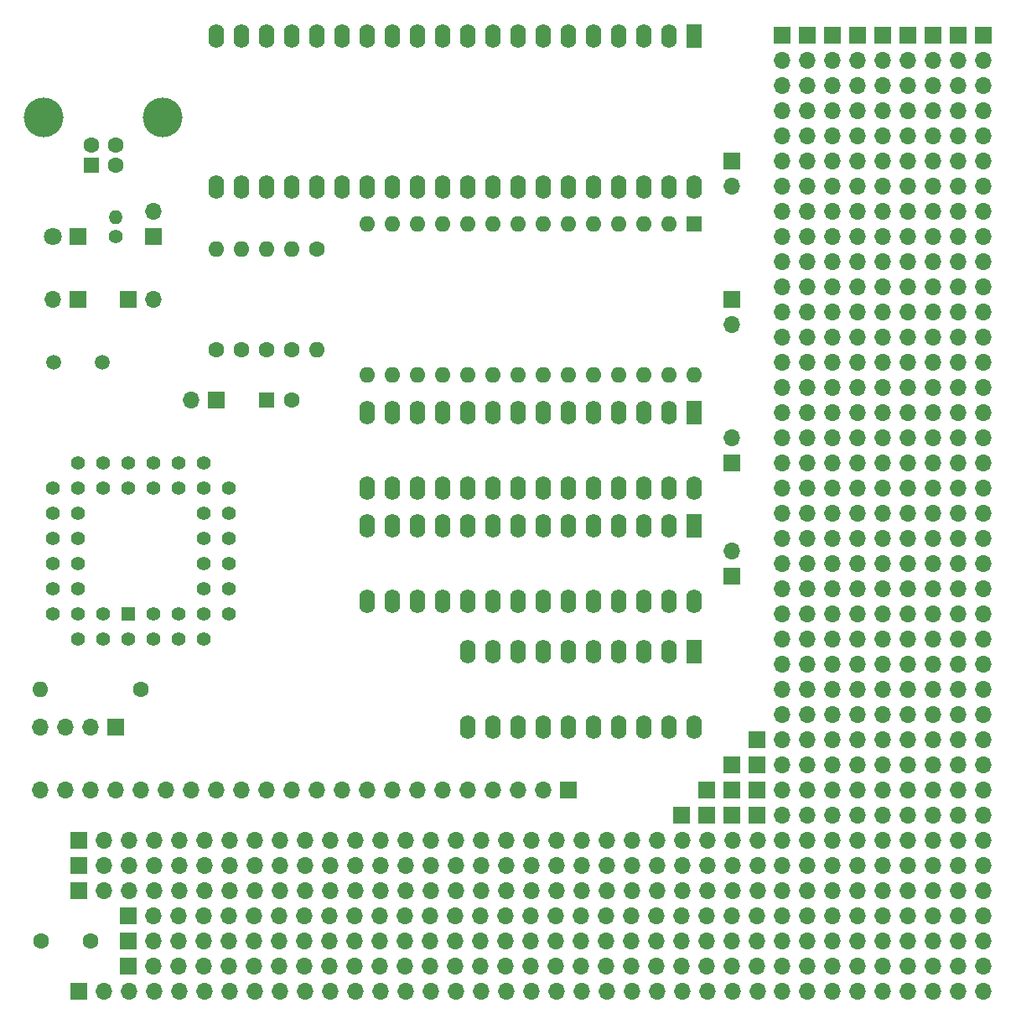
<source format=gbr>
%TF.GenerationSoftware,KiCad,Pcbnew,(6.0.1)*%
%TF.CreationDate,2022-03-08T21:02:58+01:00*%
%TF.ProjectId,Z80CPM,5a383043-504d-42e6-9b69-6361645f7063,rev?*%
%TF.SameCoordinates,Original*%
%TF.FileFunction,Soldermask,Bot*%
%TF.FilePolarity,Negative*%
%FSLAX46Y46*%
G04 Gerber Fmt 4.6, Leading zero omitted, Abs format (unit mm)*
G04 Created by KiCad (PCBNEW (6.0.1)) date 2022-03-08 21:02:58*
%MOMM*%
%LPD*%
G01*
G04 APERTURE LIST*
%ADD10R,1.700000X1.700000*%
%ADD11O,1.700000X1.700000*%
%ADD12C,1.600000*%
%ADD13O,1.600000X1.600000*%
%ADD14C,1.500000*%
%ADD15R,1.600000X2.400000*%
%ADD16O,1.600000X2.400000*%
%ADD17R,1.600000X1.600000*%
%ADD18C,4.000000*%
%ADD19R,1.422400X1.422400*%
%ADD20C,1.422400*%
%ADD21R,1.800000X1.800000*%
%ADD22C,1.800000*%
%ADD23C,1.400000*%
%ADD24O,1.400000X1.400000*%
G04 APERTURE END LIST*
D10*
%TO.C,*%
X36830000Y-121920000D03*
D11*
X39370000Y-121920000D03*
X41910000Y-121920000D03*
X44450000Y-121920000D03*
X46990000Y-121920000D03*
X49530000Y-121920000D03*
X52070000Y-121920000D03*
X54610000Y-121920000D03*
X57150000Y-121920000D03*
X59690000Y-121920000D03*
X62230000Y-121920000D03*
X64770000Y-121920000D03*
X67310000Y-121920000D03*
X69850000Y-121920000D03*
X72390000Y-121920000D03*
X74930000Y-121920000D03*
X77470000Y-121920000D03*
X80010000Y-121920000D03*
X82550000Y-121920000D03*
X85090000Y-121920000D03*
X87630000Y-121920000D03*
X90170000Y-121920000D03*
X92710000Y-121920000D03*
X95250000Y-121920000D03*
X97790000Y-121920000D03*
X100330000Y-121920000D03*
%TD*%
D10*
%TO.C,*%
X36830000Y-119380000D03*
D11*
X39370000Y-119380000D03*
X41910000Y-119380000D03*
X44450000Y-119380000D03*
X46990000Y-119380000D03*
X49530000Y-119380000D03*
X52070000Y-119380000D03*
X54610000Y-119380000D03*
X57150000Y-119380000D03*
X59690000Y-119380000D03*
X62230000Y-119380000D03*
X64770000Y-119380000D03*
X67310000Y-119380000D03*
X69850000Y-119380000D03*
X72390000Y-119380000D03*
X74930000Y-119380000D03*
X77470000Y-119380000D03*
X80010000Y-119380000D03*
X82550000Y-119380000D03*
X85090000Y-119380000D03*
X87630000Y-119380000D03*
X90170000Y-119380000D03*
X92710000Y-119380000D03*
X95250000Y-119380000D03*
X97790000Y-119380000D03*
X100330000Y-119380000D03*
%TD*%
D10*
%TO.C,*%
X31765000Y-109220000D03*
D11*
X34305000Y-109220000D03*
X36845000Y-109220000D03*
X39385000Y-109220000D03*
X41925000Y-109220000D03*
X44465000Y-109220000D03*
X47005000Y-109220000D03*
X49545000Y-109220000D03*
X52085000Y-109220000D03*
X54625000Y-109220000D03*
X57165000Y-109220000D03*
X59705000Y-109220000D03*
X62245000Y-109220000D03*
X64785000Y-109220000D03*
X67325000Y-109220000D03*
X69865000Y-109220000D03*
X72405000Y-109220000D03*
X74945000Y-109220000D03*
X77485000Y-109220000D03*
X80025000Y-109220000D03*
X82565000Y-109220000D03*
X85105000Y-109220000D03*
X87645000Y-109220000D03*
X90185000Y-109220000D03*
X92725000Y-109220000D03*
X95265000Y-109220000D03*
X97805000Y-109220000D03*
X100345000Y-109220000D03*
%TD*%
D10*
%TO.C,*%
X31765000Y-111760000D03*
D11*
X34305000Y-111760000D03*
X36845000Y-111760000D03*
X39385000Y-111760000D03*
X41925000Y-111760000D03*
X44465000Y-111760000D03*
X47005000Y-111760000D03*
X49545000Y-111760000D03*
X52085000Y-111760000D03*
X54625000Y-111760000D03*
X57165000Y-111760000D03*
X59705000Y-111760000D03*
X62245000Y-111760000D03*
X64785000Y-111760000D03*
X67325000Y-111760000D03*
X69865000Y-111760000D03*
X72405000Y-111760000D03*
X74945000Y-111760000D03*
X77485000Y-111760000D03*
X80025000Y-111760000D03*
X82565000Y-111760000D03*
X85105000Y-111760000D03*
X87645000Y-111760000D03*
X90185000Y-111760000D03*
X92725000Y-111760000D03*
X95265000Y-111760000D03*
X97805000Y-111760000D03*
X100345000Y-111760000D03*
%TD*%
D10*
%TO.C,*%
X31765000Y-114300000D03*
D11*
X34305000Y-114300000D03*
X36845000Y-114300000D03*
X39385000Y-114300000D03*
X41925000Y-114300000D03*
X44465000Y-114300000D03*
X47005000Y-114300000D03*
X49545000Y-114300000D03*
X52085000Y-114300000D03*
X54625000Y-114300000D03*
X57165000Y-114300000D03*
X59705000Y-114300000D03*
X62245000Y-114300000D03*
X64785000Y-114300000D03*
X67325000Y-114300000D03*
X69865000Y-114300000D03*
X72405000Y-114300000D03*
X74945000Y-114300000D03*
X77485000Y-114300000D03*
X80025000Y-114300000D03*
X82565000Y-114300000D03*
X85105000Y-114300000D03*
X87645000Y-114300000D03*
X90185000Y-114300000D03*
X92725000Y-114300000D03*
X95265000Y-114300000D03*
X97805000Y-114300000D03*
X100345000Y-114300000D03*
%TD*%
%TO.C,*%
X102870000Y-124470000D03*
X102870000Y-121930000D03*
X102870000Y-119390000D03*
X102870000Y-116850000D03*
X102870000Y-114310000D03*
X102870000Y-111770000D03*
X102870000Y-109230000D03*
X102870000Y-106690000D03*
X102870000Y-104150000D03*
X102870000Y-101610000D03*
X102870000Y-99070000D03*
X102870000Y-96530000D03*
X102870000Y-93990000D03*
X102870000Y-91450000D03*
X102870000Y-88910000D03*
X102870000Y-86370000D03*
X102870000Y-83830000D03*
X102870000Y-81290000D03*
X102870000Y-78750000D03*
X102870000Y-76210000D03*
X102870000Y-73670000D03*
X102870000Y-71130000D03*
X102870000Y-68590000D03*
X102870000Y-66050000D03*
X102870000Y-63510000D03*
X102870000Y-60970000D03*
X102870000Y-58430000D03*
X102870000Y-55890000D03*
X102870000Y-53350000D03*
X102870000Y-50810000D03*
X102870000Y-48270000D03*
X102870000Y-45730000D03*
X102870000Y-43190000D03*
X102870000Y-40650000D03*
X102870000Y-38110000D03*
X102870000Y-35570000D03*
X102870000Y-33030000D03*
X102870000Y-30490000D03*
D10*
X102870000Y-27950000D03*
%TD*%
D11*
%TO.C,*%
X105410000Y-124470000D03*
X105410000Y-121930000D03*
X105410000Y-119390000D03*
X105410000Y-116850000D03*
X105410000Y-114310000D03*
X105410000Y-111770000D03*
X105410000Y-109230000D03*
X105410000Y-106690000D03*
X105410000Y-104150000D03*
X105410000Y-101610000D03*
X105410000Y-99070000D03*
X105410000Y-96530000D03*
X105410000Y-93990000D03*
X105410000Y-91450000D03*
X105410000Y-88910000D03*
X105410000Y-86370000D03*
X105410000Y-83830000D03*
X105410000Y-81290000D03*
X105410000Y-78750000D03*
X105410000Y-76210000D03*
X105410000Y-73670000D03*
X105410000Y-71130000D03*
X105410000Y-68590000D03*
X105410000Y-66050000D03*
X105410000Y-63510000D03*
X105410000Y-60970000D03*
X105410000Y-58430000D03*
X105410000Y-55890000D03*
X105410000Y-53350000D03*
X105410000Y-50810000D03*
X105410000Y-48270000D03*
X105410000Y-45730000D03*
X105410000Y-43190000D03*
X105410000Y-40650000D03*
X105410000Y-38110000D03*
X105410000Y-35570000D03*
X105410000Y-33030000D03*
X105410000Y-30490000D03*
D10*
X105410000Y-27950000D03*
%TD*%
D11*
%TO.C,*%
X107950000Y-124470000D03*
X107950000Y-121930000D03*
X107950000Y-119390000D03*
X107950000Y-116850000D03*
X107950000Y-114310000D03*
X107950000Y-111770000D03*
X107950000Y-109230000D03*
X107950000Y-106690000D03*
X107950000Y-104150000D03*
X107950000Y-101610000D03*
X107950000Y-99070000D03*
X107950000Y-96530000D03*
X107950000Y-93990000D03*
X107950000Y-91450000D03*
X107950000Y-88910000D03*
X107950000Y-86370000D03*
X107950000Y-83830000D03*
X107950000Y-81290000D03*
X107950000Y-78750000D03*
X107950000Y-76210000D03*
X107950000Y-73670000D03*
X107950000Y-71130000D03*
X107950000Y-68590000D03*
X107950000Y-66050000D03*
X107950000Y-63510000D03*
X107950000Y-60970000D03*
X107950000Y-58430000D03*
X107950000Y-55890000D03*
X107950000Y-53350000D03*
X107950000Y-50810000D03*
X107950000Y-48270000D03*
X107950000Y-45730000D03*
X107950000Y-43190000D03*
X107950000Y-40650000D03*
X107950000Y-38110000D03*
X107950000Y-35570000D03*
X107950000Y-33030000D03*
X107950000Y-30490000D03*
D10*
X107950000Y-27950000D03*
%TD*%
D11*
%TO.C,*%
X110490000Y-124470000D03*
X110490000Y-121930000D03*
X110490000Y-119390000D03*
X110490000Y-116850000D03*
X110490000Y-114310000D03*
X110490000Y-111770000D03*
X110490000Y-109230000D03*
X110490000Y-106690000D03*
X110490000Y-104150000D03*
X110490000Y-101610000D03*
X110490000Y-99070000D03*
X110490000Y-96530000D03*
X110490000Y-93990000D03*
X110490000Y-91450000D03*
X110490000Y-88910000D03*
X110490000Y-86370000D03*
X110490000Y-83830000D03*
X110490000Y-81290000D03*
X110490000Y-78750000D03*
X110490000Y-76210000D03*
X110490000Y-73670000D03*
X110490000Y-71130000D03*
X110490000Y-68590000D03*
X110490000Y-66050000D03*
X110490000Y-63510000D03*
X110490000Y-60970000D03*
X110490000Y-58430000D03*
X110490000Y-55890000D03*
X110490000Y-53350000D03*
X110490000Y-50810000D03*
X110490000Y-48270000D03*
X110490000Y-45730000D03*
X110490000Y-43190000D03*
X110490000Y-40650000D03*
X110490000Y-38110000D03*
X110490000Y-35570000D03*
X110490000Y-33030000D03*
X110490000Y-30490000D03*
D10*
X110490000Y-27950000D03*
%TD*%
D11*
%TO.C,*%
X113030000Y-124470000D03*
X113030000Y-121930000D03*
X113030000Y-119390000D03*
X113030000Y-116850000D03*
X113030000Y-114310000D03*
X113030000Y-111770000D03*
X113030000Y-109230000D03*
X113030000Y-106690000D03*
X113030000Y-104150000D03*
X113030000Y-101610000D03*
X113030000Y-99070000D03*
X113030000Y-96530000D03*
X113030000Y-93990000D03*
X113030000Y-91450000D03*
X113030000Y-88910000D03*
X113030000Y-86370000D03*
X113030000Y-83830000D03*
X113030000Y-81290000D03*
X113030000Y-78750000D03*
X113030000Y-76210000D03*
X113030000Y-73670000D03*
X113030000Y-71130000D03*
X113030000Y-68590000D03*
X113030000Y-66050000D03*
X113030000Y-63510000D03*
X113030000Y-60970000D03*
X113030000Y-58430000D03*
X113030000Y-55890000D03*
X113030000Y-53350000D03*
X113030000Y-50810000D03*
X113030000Y-48270000D03*
X113030000Y-45730000D03*
X113030000Y-43190000D03*
X113030000Y-40650000D03*
X113030000Y-38110000D03*
X113030000Y-35570000D03*
X113030000Y-33030000D03*
X113030000Y-30490000D03*
D10*
X113030000Y-27950000D03*
%TD*%
D11*
%TO.C,*%
X115570000Y-124470000D03*
X115570000Y-121930000D03*
X115570000Y-119390000D03*
X115570000Y-116850000D03*
X115570000Y-114310000D03*
X115570000Y-111770000D03*
X115570000Y-109230000D03*
X115570000Y-106690000D03*
X115570000Y-104150000D03*
X115570000Y-101610000D03*
X115570000Y-99070000D03*
X115570000Y-96530000D03*
X115570000Y-93990000D03*
X115570000Y-91450000D03*
X115570000Y-88910000D03*
X115570000Y-86370000D03*
X115570000Y-83830000D03*
X115570000Y-81290000D03*
X115570000Y-78750000D03*
X115570000Y-76210000D03*
X115570000Y-73670000D03*
X115570000Y-71130000D03*
X115570000Y-68590000D03*
X115570000Y-66050000D03*
X115570000Y-63510000D03*
X115570000Y-60970000D03*
X115570000Y-58430000D03*
X115570000Y-55890000D03*
X115570000Y-53350000D03*
X115570000Y-50810000D03*
X115570000Y-48270000D03*
X115570000Y-45730000D03*
X115570000Y-43190000D03*
X115570000Y-40650000D03*
X115570000Y-38110000D03*
X115570000Y-35570000D03*
X115570000Y-33030000D03*
X115570000Y-30490000D03*
D10*
X115570000Y-27950000D03*
%TD*%
D11*
%TO.C,*%
X118110000Y-124470000D03*
X118110000Y-121930000D03*
X118110000Y-119390000D03*
X118110000Y-116850000D03*
X118110000Y-114310000D03*
X118110000Y-111770000D03*
X118110000Y-109230000D03*
X118110000Y-106690000D03*
X118110000Y-104150000D03*
X118110000Y-101610000D03*
X118110000Y-99070000D03*
X118110000Y-96530000D03*
X118110000Y-93990000D03*
X118110000Y-91450000D03*
X118110000Y-88910000D03*
X118110000Y-86370000D03*
X118110000Y-83830000D03*
X118110000Y-81290000D03*
X118110000Y-78750000D03*
X118110000Y-76210000D03*
X118110000Y-73670000D03*
X118110000Y-71130000D03*
X118110000Y-68590000D03*
X118110000Y-66050000D03*
X118110000Y-63510000D03*
X118110000Y-60970000D03*
X118110000Y-58430000D03*
X118110000Y-55890000D03*
X118110000Y-53350000D03*
X118110000Y-50810000D03*
X118110000Y-48270000D03*
X118110000Y-45730000D03*
X118110000Y-43190000D03*
X118110000Y-40650000D03*
X118110000Y-38110000D03*
X118110000Y-35570000D03*
X118110000Y-33030000D03*
X118110000Y-30490000D03*
D10*
X118110000Y-27950000D03*
%TD*%
D11*
%TO.C,*%
X120650000Y-124470000D03*
X120650000Y-121930000D03*
X120650000Y-119390000D03*
X120650000Y-116850000D03*
X120650000Y-114310000D03*
X120650000Y-111770000D03*
X120650000Y-109230000D03*
X120650000Y-106690000D03*
X120650000Y-104150000D03*
X120650000Y-101610000D03*
X120650000Y-99070000D03*
X120650000Y-96530000D03*
X120650000Y-93990000D03*
X120650000Y-91450000D03*
X120650000Y-88910000D03*
X120650000Y-86370000D03*
X120650000Y-83830000D03*
X120650000Y-81290000D03*
X120650000Y-78750000D03*
X120650000Y-76210000D03*
X120650000Y-73670000D03*
X120650000Y-71130000D03*
X120650000Y-68590000D03*
X120650000Y-66050000D03*
X120650000Y-63510000D03*
X120650000Y-60970000D03*
X120650000Y-58430000D03*
X120650000Y-55890000D03*
X120650000Y-53350000D03*
X120650000Y-50810000D03*
X120650000Y-48270000D03*
X120650000Y-45730000D03*
X120650000Y-43190000D03*
X120650000Y-40650000D03*
X120650000Y-38110000D03*
X120650000Y-35570000D03*
X120650000Y-33030000D03*
X120650000Y-30490000D03*
D10*
X120650000Y-27950000D03*
%TD*%
%TO.C,*%
X100330000Y-99060000D03*
%TD*%
%TO.C,*%
X100330000Y-106680000D03*
%TD*%
%TO.C,*%
X97790000Y-106680000D03*
%TD*%
%TO.C,*%
X95250000Y-106680000D03*
%TD*%
%TO.C,*%
X92710000Y-106680000D03*
%TD*%
%TO.C,*%
X95250000Y-104140000D03*
%TD*%
%TO.C,*%
X97790000Y-104140000D03*
%TD*%
%TO.C,*%
X100330000Y-104140000D03*
%TD*%
%TO.C,*%
X100330000Y-101600000D03*
%TD*%
%TO.C,*%
X97790000Y-101600000D03*
%TD*%
%TO.C,*%
X31765000Y-124460000D03*
D11*
X34305000Y-124460000D03*
X36845000Y-124460000D03*
X39385000Y-124460000D03*
X41925000Y-124460000D03*
X44465000Y-124460000D03*
X47005000Y-124460000D03*
X49545000Y-124460000D03*
X52085000Y-124460000D03*
X54625000Y-124460000D03*
X57165000Y-124460000D03*
X59705000Y-124460000D03*
X62245000Y-124460000D03*
X64785000Y-124460000D03*
X67325000Y-124460000D03*
X69865000Y-124460000D03*
X72405000Y-124460000D03*
X74945000Y-124460000D03*
X77485000Y-124460000D03*
X80025000Y-124460000D03*
X82565000Y-124460000D03*
X85105000Y-124460000D03*
X87645000Y-124460000D03*
X90185000Y-124460000D03*
X92725000Y-124460000D03*
X95265000Y-124460000D03*
X97805000Y-124460000D03*
X100345000Y-124460000D03*
%TD*%
D10*
%TO.C,*%
X36830000Y-116840000D03*
D11*
X39370000Y-116840000D03*
X41910000Y-116840000D03*
X44450000Y-116840000D03*
X46990000Y-116840000D03*
X49530000Y-116840000D03*
X52070000Y-116840000D03*
X54610000Y-116840000D03*
X57150000Y-116840000D03*
X59690000Y-116840000D03*
X62230000Y-116840000D03*
X64770000Y-116840000D03*
X67310000Y-116840000D03*
X69850000Y-116840000D03*
X72390000Y-116840000D03*
X74930000Y-116840000D03*
X77470000Y-116840000D03*
X80010000Y-116840000D03*
X82550000Y-116840000D03*
X85090000Y-116840000D03*
X87630000Y-116840000D03*
X90170000Y-116840000D03*
X92710000Y-116840000D03*
X95250000Y-116840000D03*
X97790000Y-116840000D03*
X100330000Y-116840000D03*
%TD*%
%TO.C,*%
X123190000Y-124460000D03*
X123190000Y-121920000D03*
X123190000Y-119380000D03*
X123190000Y-116840000D03*
X123190000Y-114300000D03*
X123190000Y-111760000D03*
X123190000Y-109220000D03*
X123190000Y-106680000D03*
X123190000Y-104140000D03*
X123190000Y-101600000D03*
X123190000Y-99060000D03*
X123190000Y-96520000D03*
X123190000Y-93980000D03*
X123190000Y-91440000D03*
X123190000Y-88900000D03*
X123190000Y-86360000D03*
X123190000Y-83820000D03*
X123190000Y-81280000D03*
X123190000Y-78740000D03*
X123190000Y-76200000D03*
X123190000Y-73660000D03*
X123190000Y-71120000D03*
X123190000Y-68580000D03*
X123190000Y-66040000D03*
X123190000Y-63500000D03*
X123190000Y-60960000D03*
X123190000Y-58420000D03*
X123190000Y-55880000D03*
X123190000Y-53340000D03*
X123190000Y-50800000D03*
X123190000Y-48260000D03*
X123190000Y-45720000D03*
X123190000Y-43180000D03*
X123190000Y-40640000D03*
X123190000Y-38100000D03*
X123190000Y-35560000D03*
X123190000Y-33020000D03*
X123190000Y-30480000D03*
D10*
X123190000Y-27940000D03*
%TD*%
%TO.C,C2*%
X39370000Y-48260000D03*
D11*
X39370000Y-45720000D03*
%TD*%
D12*
%TO.C,R2*%
X50800000Y-59690000D03*
D13*
X50800000Y-49530000D03*
%TD*%
D14*
%TO.C,3\u002C6864Mhz1*%
X34200000Y-60960000D03*
X29300000Y-60960000D03*
%TD*%
D15*
%TO.C,U2*%
X93975000Y-90180000D03*
D16*
X91435000Y-90180000D03*
X88895000Y-90180000D03*
X86355000Y-90180000D03*
X83815000Y-90180000D03*
X81275000Y-90180000D03*
X78735000Y-90180000D03*
X76195000Y-90180000D03*
X73655000Y-90180000D03*
X71115000Y-90180000D03*
X71115000Y-97800000D03*
X73655000Y-97800000D03*
X76195000Y-97800000D03*
X78735000Y-97800000D03*
X81275000Y-97800000D03*
X83815000Y-97800000D03*
X86355000Y-97800000D03*
X88895000Y-97800000D03*
X91435000Y-97800000D03*
X93975000Y-97800000D03*
%TD*%
D15*
%TO.C,U5*%
X93970000Y-77455000D03*
D16*
X91430000Y-77455000D03*
X88890000Y-77455000D03*
X86350000Y-77455000D03*
X83810000Y-77455000D03*
X81270000Y-77455000D03*
X78730000Y-77455000D03*
X76190000Y-77455000D03*
X73650000Y-77455000D03*
X71110000Y-77455000D03*
X68570000Y-77455000D03*
X66030000Y-77455000D03*
X63490000Y-77455000D03*
X60950000Y-77455000D03*
X60950000Y-85075000D03*
X63490000Y-85075000D03*
X66030000Y-85075000D03*
X68570000Y-85075000D03*
X71110000Y-85075000D03*
X73650000Y-85075000D03*
X76190000Y-85075000D03*
X78730000Y-85075000D03*
X81270000Y-85075000D03*
X83810000Y-85075000D03*
X86350000Y-85075000D03*
X88890000Y-85075000D03*
X91430000Y-85075000D03*
X93970000Y-85075000D03*
%TD*%
D12*
%TO.C,R1*%
X55880000Y-49530000D03*
D13*
X55880000Y-59690000D03*
%TD*%
D17*
%TO.C,J1*%
X33040000Y-41077500D03*
D12*
X35540000Y-41077500D03*
X35540000Y-39077500D03*
X33040000Y-39077500D03*
D18*
X28290000Y-36217500D03*
X40290000Y-36217500D03*
%TD*%
D17*
%TO.C,U3*%
X93970000Y-46985000D03*
D13*
X91430000Y-46985000D03*
X88890000Y-46985000D03*
X86350000Y-46985000D03*
X83810000Y-46985000D03*
X81270000Y-46985000D03*
X78730000Y-46985000D03*
X76190000Y-46985000D03*
X73650000Y-46985000D03*
X71110000Y-46985000D03*
X68570000Y-46985000D03*
X66030000Y-46985000D03*
X63490000Y-46985000D03*
X60950000Y-46985000D03*
X60950000Y-62225000D03*
X63490000Y-62225000D03*
X66030000Y-62225000D03*
X68570000Y-62225000D03*
X71110000Y-62225000D03*
X73650000Y-62225000D03*
X76190000Y-62225000D03*
X78730000Y-62225000D03*
X81270000Y-62225000D03*
X83810000Y-62225000D03*
X86350000Y-62225000D03*
X88890000Y-62225000D03*
X91430000Y-62225000D03*
X93970000Y-62225000D03*
%TD*%
D10*
%TO.C,J2*%
X35550000Y-97790000D03*
D11*
X33010000Y-97790000D03*
X30470000Y-97790000D03*
X27930000Y-97790000D03*
%TD*%
D15*
%TO.C,U1*%
X93920000Y-28085000D03*
D16*
X91380000Y-28085000D03*
X88840000Y-28085000D03*
X86300000Y-28085000D03*
X83760000Y-28085000D03*
X81220000Y-28085000D03*
X78680000Y-28085000D03*
X76140000Y-28085000D03*
X73600000Y-28085000D03*
X71060000Y-28085000D03*
X68520000Y-28085000D03*
X65980000Y-28085000D03*
X63440000Y-28085000D03*
X60900000Y-28085000D03*
X58360000Y-28085000D03*
X55820000Y-28085000D03*
X53280000Y-28085000D03*
X50740000Y-28085000D03*
X48200000Y-28085000D03*
X45660000Y-28085000D03*
X45660000Y-43325000D03*
X48200000Y-43325000D03*
X50740000Y-43325000D03*
X53280000Y-43325000D03*
X55820000Y-43325000D03*
X58360000Y-43325000D03*
X60900000Y-43325000D03*
X63440000Y-43325000D03*
X65980000Y-43325000D03*
X68520000Y-43325000D03*
X71060000Y-43325000D03*
X73600000Y-43325000D03*
X76140000Y-43325000D03*
X78680000Y-43325000D03*
X81220000Y-43325000D03*
X83760000Y-43325000D03*
X86300000Y-43325000D03*
X88840000Y-43325000D03*
X91380000Y-43325000D03*
X93920000Y-43325000D03*
%TD*%
D12*
%TO.C,R5*%
X53340000Y-59690000D03*
D13*
X53340000Y-49530000D03*
%TD*%
D12*
%TO.C,R7*%
X38100000Y-93980000D03*
D13*
X27940000Y-93980000D03*
%TD*%
D10*
%TO.C,C4*%
X97790000Y-71120000D03*
D11*
X97790000Y-68580000D03*
%TD*%
D10*
%TO.C,C8*%
X97790000Y-54610000D03*
D11*
X97790000Y-57150000D03*
%TD*%
D10*
%TO.C,C9*%
X97790000Y-40640000D03*
D11*
X97790000Y-43180000D03*
%TD*%
D12*
%TO.C,R3*%
X45720000Y-59690000D03*
D13*
X45720000Y-49530000D03*
%TD*%
D15*
%TO.C,U4*%
X93980000Y-66025000D03*
D16*
X91440000Y-66025000D03*
X88900000Y-66025000D03*
X86360000Y-66025000D03*
X83820000Y-66025000D03*
X81280000Y-66025000D03*
X78740000Y-66025000D03*
X76200000Y-66025000D03*
X73660000Y-66025000D03*
X71120000Y-66025000D03*
X68580000Y-66025000D03*
X66040000Y-66025000D03*
X63500000Y-66025000D03*
X60960000Y-66025000D03*
X60960000Y-73645000D03*
X63500000Y-73645000D03*
X66040000Y-73645000D03*
X68580000Y-73645000D03*
X71120000Y-73645000D03*
X73660000Y-73645000D03*
X76200000Y-73645000D03*
X78740000Y-73645000D03*
X81280000Y-73645000D03*
X83820000Y-73645000D03*
X86360000Y-73645000D03*
X88900000Y-73645000D03*
X91440000Y-73645000D03*
X93980000Y-73645000D03*
%TD*%
D10*
%TO.C,C6*%
X36830000Y-54610000D03*
D11*
X39370000Y-54610000D03*
%TD*%
D10*
%TO.C,J3*%
X81285000Y-104140000D03*
D11*
X78745000Y-104140000D03*
X76205000Y-104140000D03*
X73665000Y-104140000D03*
X71125000Y-104140000D03*
X68585000Y-104140000D03*
X66045000Y-104140000D03*
X63505000Y-104140000D03*
X60965000Y-104140000D03*
X58425000Y-104140000D03*
X55885000Y-104140000D03*
X53345000Y-104140000D03*
X50805000Y-104140000D03*
X48265000Y-104140000D03*
X45725000Y-104140000D03*
X43185000Y-104140000D03*
X40645000Y-104140000D03*
X38105000Y-104140000D03*
X35565000Y-104140000D03*
X33025000Y-104140000D03*
X30485000Y-104140000D03*
X27945000Y-104140000D03*
%TD*%
D12*
%TO.C,SW1*%
X32980000Y-119380000D03*
X27980000Y-119380000D03*
%TD*%
%TO.C,R4*%
X48260000Y-59690000D03*
D13*
X48260000Y-49530000D03*
%TD*%
D10*
%TO.C,C7*%
X45720000Y-64770000D03*
D11*
X43180000Y-64770000D03*
%TD*%
D19*
%TO.C,U6*%
X36830000Y-86360000D03*
D20*
X39370000Y-88900000D03*
X39370000Y-86360000D03*
X41910000Y-88900000D03*
X41910000Y-86360000D03*
X44450000Y-88900000D03*
X46990000Y-86360000D03*
X44450000Y-86360000D03*
X46990000Y-83820000D03*
X44450000Y-83820000D03*
X46990000Y-81280000D03*
X44450000Y-81280000D03*
X46990000Y-78740000D03*
X44450000Y-78740000D03*
X46990000Y-76200000D03*
X44450000Y-76200000D03*
X46990000Y-73660000D03*
X44450000Y-71120000D03*
X44450000Y-73660000D03*
X41910000Y-71120000D03*
X41910000Y-73660000D03*
X39370000Y-71120000D03*
X39370000Y-73660000D03*
X36830000Y-71120000D03*
X36830000Y-73660000D03*
X34290000Y-71120000D03*
X34290000Y-73660000D03*
X31750000Y-71120000D03*
X29210000Y-73660000D03*
X31750000Y-73660000D03*
X29210000Y-76200000D03*
X31750000Y-76200000D03*
X29210000Y-78740000D03*
X31750000Y-78740000D03*
X29210000Y-81280000D03*
X31750000Y-81280000D03*
X29210000Y-83820000D03*
X31750000Y-83820000D03*
X29210000Y-86360000D03*
X31750000Y-88900000D03*
X31750000Y-86360000D03*
X34290000Y-88900000D03*
X34290000Y-86360000D03*
X36830000Y-88900000D03*
%TD*%
D21*
%TO.C,D1*%
X31750000Y-48260000D03*
D22*
X29210000Y-48260000D03*
%TD*%
D17*
%TO.C,C1*%
X50800000Y-64770000D03*
D12*
X53300000Y-64770000D03*
%TD*%
D23*
%TO.C,R6*%
X35560000Y-48260000D03*
D24*
X35560000Y-46360000D03*
%TD*%
D10*
%TO.C,C3*%
X31750000Y-54610000D03*
D11*
X29210000Y-54610000D03*
%TD*%
D10*
%TO.C,C5*%
X97790000Y-82550000D03*
D11*
X97790000Y-80010000D03*
%TD*%
M02*

</source>
